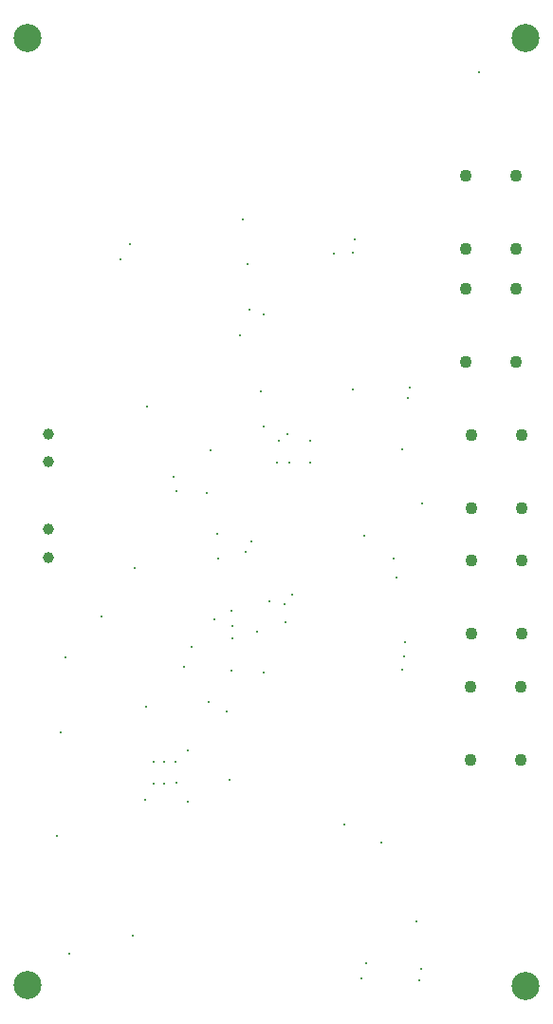
<source format=gbr>
%TF.GenerationSoftware,KiCad,Pcbnew,9.0.5*%
%TF.CreationDate,2025-10-20T11:06:58+01:00*%
%TF.ProjectId,Sound Capture,536f756e-6420-4436-9170-747572652e6b,rev?*%
%TF.SameCoordinates,Original*%
%TF.FileFunction,Plated,1,2,PTH,Drill*%
%TF.FilePolarity,Positive*%
%FSLAX46Y46*%
G04 Gerber Fmt 4.6, Leading zero omitted, Abs format (unit mm)*
G04 Created by KiCad (PCBNEW 9.0.5) date 2025-10-20 11:06:58*
%MOMM*%
%LPD*%
G01*
G04 APERTURE LIST*
%TA.AperFunction,ViaDrill*%
%ADD10C,0.300000*%
%TD*%
%TA.AperFunction,ComponentDrill*%
%ADD11C,0.300000*%
%TD*%
%TA.AperFunction,ComponentDrill*%
%ADD12C,1.000000*%
%TD*%
%TA.AperFunction,ComponentDrill*%
%ADD13C,1.100000*%
%TD*%
%TA.AperFunction,ComponentDrill*%
%ADD14C,2.500000*%
%TD*%
G04 APERTURE END LIST*
D10*
X58039000Y-115138200D03*
X58445400Y-105918000D03*
X58877200Y-99161600D03*
X59207400Y-125628400D03*
X62098000Y-95559800D03*
X63728600Y-63703200D03*
X64575200Y-62399400D03*
X64820800Y-123977400D03*
X65049400Y-91236800D03*
X65963800Y-111887000D03*
X66065400Y-103632000D03*
X66116200Y-76809600D03*
X66675000Y-108508800D03*
X66675000Y-110464600D03*
X67665600Y-108483400D03*
X67665600Y-110490000D03*
X68529200Y-83134200D03*
X68681600Y-108508800D03*
X68707000Y-110388400D03*
X68732400Y-84353400D03*
X69418200Y-100050600D03*
X69748400Y-107467400D03*
X69748400Y-112090200D03*
X70129400Y-98272600D03*
X71437500Y-84594700D03*
X71653400Y-103149400D03*
X71772400Y-80754600D03*
X72123300Y-95796100D03*
X72390000Y-88214200D03*
X72440800Y-90424000D03*
X73228200Y-104038400D03*
X73507600Y-110109000D03*
X73685400Y-95046800D03*
X73685400Y-100355400D03*
X73736200Y-96443800D03*
X73774300Y-97548700D03*
X74422000Y-70459600D03*
X74650600Y-60147200D03*
X74955400Y-89789000D03*
X75057000Y-64109600D03*
X75260200Y-68224400D03*
X75463400Y-88849200D03*
X75971400Y-96875600D03*
X76301600Y-75463400D03*
X76504800Y-78638400D03*
X76504800Y-100584000D03*
X76555600Y-68630800D03*
X77012800Y-94183200D03*
X77749400Y-81864200D03*
X77851000Y-79857600D03*
X78409800Y-94488000D03*
X78511400Y-96037400D03*
X78663800Y-79298800D03*
X78841600Y-81838800D03*
X79095600Y-93624400D03*
X80690600Y-81833600D03*
X80695800Y-79857600D03*
X82778600Y-63220600D03*
X83693000Y-114122200D03*
X84455000Y-63169800D03*
X84480400Y-75285600D03*
X84632800Y-61977600D03*
X85267800Y-127787400D03*
X85547200Y-88366600D03*
X85648800Y-126441200D03*
X87020400Y-115697000D03*
X88163400Y-90424000D03*
X88392000Y-92100400D03*
X88874600Y-80695800D03*
X88925400Y-100330000D03*
X89077800Y-99085400D03*
X89179400Y-97815400D03*
X89408000Y-76047600D03*
X89573100Y-75196700D03*
X90195400Y-122732800D03*
X90398600Y-127990600D03*
X90627200Y-126949200D03*
X90703400Y-85521800D03*
D11*
%TO.C,AE1*%
X95717600Y-47057800D03*
D12*
%TO.C,J2*%
X57336200Y-87802400D03*
X57336200Y-90302400D03*
%TO.C,J3*%
X57353200Y-79288000D03*
X57353200Y-81788000D03*
D13*
%TO.C,SW4*%
X94534600Y-66370200D03*
X94534600Y-72870200D03*
%TO.C,SW3*%
X94547600Y-56314800D03*
X94547600Y-62814800D03*
%TO.C,SW1*%
X95021400Y-101854000D03*
X95021400Y-108354000D03*
%TO.C,SW5*%
X95068000Y-79402800D03*
X95068000Y-85902800D03*
%TO.C,SW2*%
X95072200Y-90551000D03*
X95072200Y-97051000D03*
%TO.C,SW4*%
X99034600Y-66370200D03*
X99034600Y-72870200D03*
%TO.C,SW3*%
X99047600Y-56314800D03*
X99047600Y-62814800D03*
%TO.C,SW1*%
X99521400Y-101854000D03*
X99521400Y-108354000D03*
%TO.C,SW5*%
X99568000Y-79402800D03*
X99568000Y-85902800D03*
%TO.C,SW2*%
X99572200Y-90551000D03*
X99572200Y-97051000D03*
D14*
%TO.C,H4*%
X55424696Y-43994696D03*
%TO.C,H3*%
X55473600Y-128447800D03*
%TO.C,H1*%
X99898200Y-44018200D03*
%TO.C,H2*%
X99932935Y-128457135D03*
M02*

</source>
